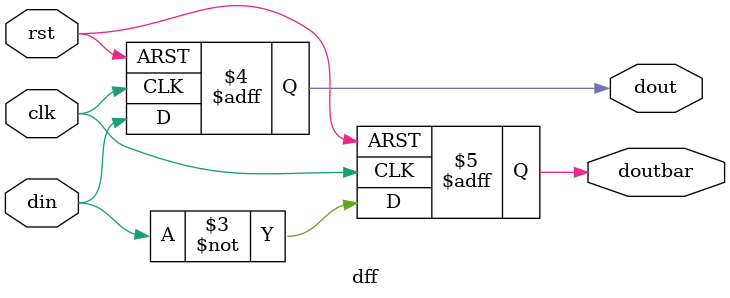
<source format=v>
`timescale 1ns / 1ps

module dff(
    input clk,rst,din,
    output reg dout, doutbar
    );
    
always@(posedge clk or posedge rst) begin

if(rst == 1)
begin
dout <= 0;
doutbar <= 1;
end
else
begin
dout <= din;
doutbar <= ~din;
end

end
endmodule

</source>
